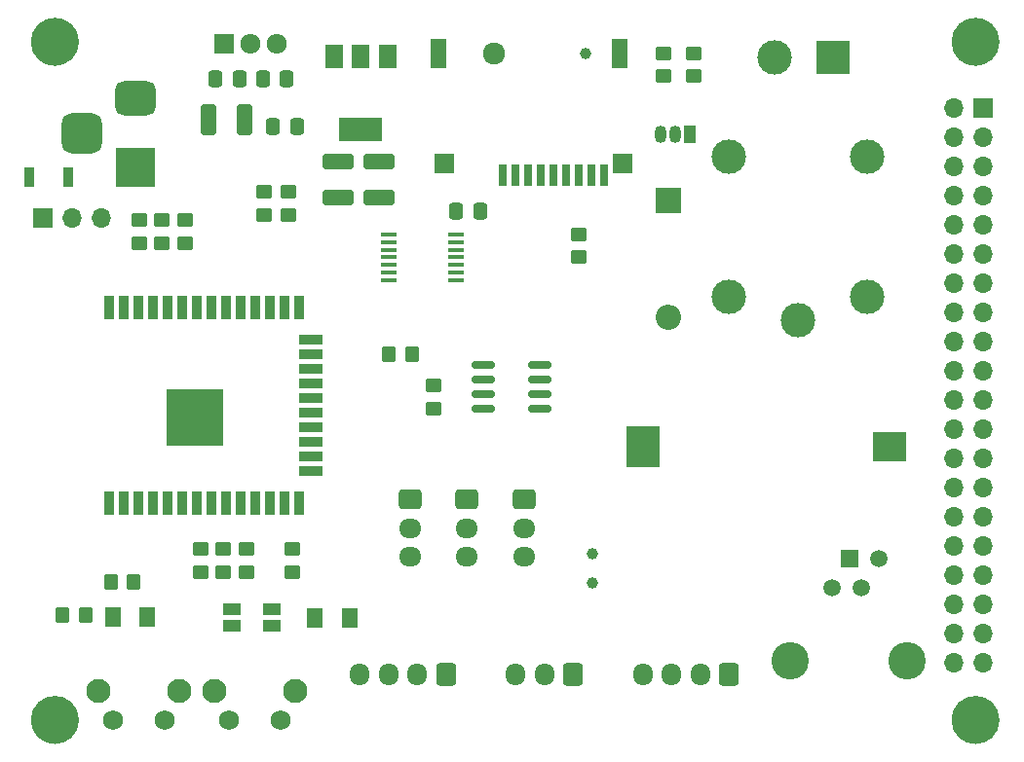
<source format=gbr>
%TF.GenerationSoftware,KiCad,Pcbnew,(6.0.2)*%
%TF.CreationDate,2022-06-23T10:44:52-05:00*%
%TF.ProjectId,ESP32,45535033-322e-46b6-9963-61645f706362,rev?*%
%TF.SameCoordinates,Original*%
%TF.FileFunction,Soldermask,Top*%
%TF.FilePolarity,Negative*%
%FSLAX46Y46*%
G04 Gerber Fmt 4.6, Leading zero omitted, Abs format (unit mm)*
G04 Created by KiCad (PCBNEW (6.0.2)) date 2022-06-23 10:44:52*
%MOMM*%
%LPD*%
G01*
G04 APERTURE LIST*
G04 Aperture macros list*
%AMRoundRect*
0 Rectangle with rounded corners*
0 $1 Rounding radius*
0 $2 $3 $4 $5 $6 $7 $8 $9 X,Y pos of 4 corners*
0 Add a 4 corners polygon primitive as box body*
4,1,4,$2,$3,$4,$5,$6,$7,$8,$9,$2,$3,0*
0 Add four circle primitives for the rounded corners*
1,1,$1+$1,$2,$3*
1,1,$1+$1,$4,$5*
1,1,$1+$1,$6,$7*
1,1,$1+$1,$8,$9*
0 Add four rect primitives between the rounded corners*
20,1,$1+$1,$2,$3,$4,$5,0*
20,1,$1+$1,$4,$5,$6,$7,0*
20,1,$1+$1,$6,$7,$8,$9,0*
20,1,$1+$1,$8,$9,$2,$3,0*%
G04 Aperture macros list end*
%ADD10C,2.075000*%
%ADD11RoundRect,0.250000X0.450000X-0.350000X0.450000X0.350000X-0.450000X0.350000X-0.450000X-0.350000X0*%
%ADD12RoundRect,0.250000X-0.450000X0.350000X-0.450000X-0.350000X0.450000X-0.350000X0.450000X0.350000X0*%
%ADD13RoundRect,0.250000X0.600000X0.725000X-0.600000X0.725000X-0.600000X-0.725000X0.600000X-0.725000X0*%
%ADD14O,1.700000X1.950000*%
%ADD15R,1.473200X0.355600*%
%ADD16R,3.500000X3.500000*%
%ADD17RoundRect,0.750000X-1.000000X0.750000X-1.000000X-0.750000X1.000000X-0.750000X1.000000X0.750000X0*%
%ADD18RoundRect,0.875000X-0.875000X0.875000X-0.875000X-0.875000X0.875000X-0.875000X0.875000X0.875000X0*%
%ADD19R,0.900000X2.000000*%
%ADD20R,2.000000X0.900000*%
%ADD21R,5.000000X5.000000*%
%ADD22RoundRect,0.250000X-0.337500X-0.475000X0.337500X-0.475000X0.337500X0.475000X-0.337500X0.475000X0*%
%ADD23R,3.000000X3.000000*%
%ADD24C,3.000000*%
%ADD25RoundRect,0.250000X-0.725000X0.600000X-0.725000X-0.600000X0.725000X-0.600000X0.725000X0.600000X0*%
%ADD26O,1.950000X1.700000*%
%ADD27R,1.500000X1.000000*%
%ADD28RoundRect,0.250000X0.337500X0.475000X-0.337500X0.475000X-0.337500X-0.475000X0.337500X-0.475000X0*%
%ADD29R,3.000000X3.600000*%
%ADD30R,3.000000X2.600000*%
%ADD31R,1.050000X1.500000*%
%ADD32O,1.050000X1.500000*%
%ADD33R,1.717500X1.800000*%
%ADD34O,1.717500X1.800000*%
%ADD35R,1.500000X2.000000*%
%ADD36R,3.800000X2.000000*%
%ADD37R,1.700000X1.700000*%
%ADD38O,1.700000X1.700000*%
%ADD39C,1.923500*%
%ADD40C,1.000000*%
%ADD41R,0.700000X1.900000*%
%ADD42R,1.700000X1.800000*%
%ADD43R,1.400000X2.600000*%
%ADD44C,2.100000*%
%ADD45C,1.750000*%
%ADD46RoundRect,0.250000X-1.100000X0.412500X-1.100000X-0.412500X1.100000X-0.412500X1.100000X0.412500X0*%
%ADD47RoundRect,0.150000X0.825000X0.150000X-0.825000X0.150000X-0.825000X-0.150000X0.825000X-0.150000X0*%
%ADD48R,0.900000X1.700000*%
%ADD49R,2.200000X2.200000*%
%ADD50O,2.200000X2.200000*%
%ADD51RoundRect,0.250000X-0.350000X-0.450000X0.350000X-0.450000X0.350000X0.450000X-0.350000X0.450000X0*%
%ADD52RoundRect,0.250000X0.350000X0.450000X-0.350000X0.450000X-0.350000X-0.450000X0.350000X-0.450000X0*%
%ADD53C,3.250000*%
%ADD54R,1.520000X1.520000*%
%ADD55C,1.520000*%
%ADD56RoundRect,0.250000X1.100000X-0.412500X1.100000X0.412500X-1.100000X0.412500X-1.100000X-0.412500X0*%
%ADD57RoundRect,0.250001X0.462499X0.624999X-0.462499X0.624999X-0.462499X-0.624999X0.462499X-0.624999X0*%
%ADD58RoundRect,0.250000X-0.412500X-1.100000X0.412500X-1.100000X0.412500X1.100000X-0.412500X1.100000X0*%
G04 APERTURE END LIST*
D10*
X115037500Y-83000000D02*
G75*
G03*
X115037500Y-83000000I-1037500J0D01*
G01*
X35037500Y-24000000D02*
G75*
G03*
X35037500Y-24000000I-1037500J0D01*
G01*
X35037500Y-83000000D02*
G75*
G03*
X35037500Y-83000000I-1037500J0D01*
G01*
X115037500Y-24000000D02*
G75*
G03*
X115037500Y-24000000I-1037500J0D01*
G01*
D11*
%TO.C,R17*%
X86850000Y-27000000D03*
X86850000Y-25000000D03*
%TD*%
D12*
%TO.C,R15*%
X66950000Y-53900000D03*
X66950000Y-55900000D03*
%TD*%
D13*
%TO.C,J3*%
X79050000Y-79000000D03*
D14*
X76550000Y-79000000D03*
X74050000Y-79000000D03*
%TD*%
D12*
%TO.C,R2*%
X54650000Y-68150000D03*
X54650000Y-70150000D03*
%TD*%
D15*
%TO.C,U4*%
X62979000Y-40794200D03*
X62979000Y-41454600D03*
X62979000Y-42089600D03*
X62979000Y-42750000D03*
X62979000Y-43410400D03*
X62979000Y-44045400D03*
X62979000Y-44705800D03*
X68821000Y-44705800D03*
X68821000Y-44045400D03*
X68821000Y-43410400D03*
X68821000Y-42750000D03*
X68821000Y-42089600D03*
X68821000Y-41454600D03*
X68821000Y-40794200D03*
%TD*%
D16*
%TO.C,J1*%
X41007500Y-34950000D03*
D17*
X41007500Y-28950000D03*
D18*
X36307500Y-31950000D03*
%TD*%
D12*
%TO.C,R16*%
X89500000Y-25000000D03*
X89500000Y-27000000D03*
%TD*%
D19*
%TO.C,U1*%
X38695000Y-64150000D03*
X39965000Y-64150000D03*
X41235000Y-64150000D03*
X42505000Y-64150000D03*
X43775000Y-64150000D03*
X45045000Y-64150000D03*
X46315000Y-64150000D03*
X47585000Y-64150000D03*
X48855000Y-64150000D03*
X50125000Y-64150000D03*
X51395000Y-64150000D03*
X52665000Y-64150000D03*
X53935000Y-64150000D03*
X55205000Y-64150000D03*
D20*
X56205000Y-61365000D03*
X56205000Y-60095000D03*
X56205000Y-58825000D03*
X56205000Y-57555000D03*
X56205000Y-56285000D03*
X56205000Y-55015000D03*
X56205000Y-53745000D03*
X56205000Y-52475000D03*
X56205000Y-51205000D03*
X56205000Y-49935000D03*
D19*
X55205000Y-47150000D03*
X53935000Y-47150000D03*
X52665000Y-47150000D03*
X51395000Y-47150000D03*
X50125000Y-47150000D03*
X48855000Y-47150000D03*
X47585000Y-47150000D03*
X46315000Y-47150000D03*
X45045000Y-47150000D03*
X43775000Y-47150000D03*
X42505000Y-47150000D03*
X41235000Y-47150000D03*
X39965000Y-47150000D03*
X38695000Y-47150000D03*
D21*
X46195000Y-56650000D03*
%TD*%
D12*
%TO.C,R12*%
X79550000Y-40750000D03*
X79550000Y-42750000D03*
%TD*%
D22*
%TO.C,C7*%
X68862500Y-38700000D03*
X70937500Y-38700000D03*
%TD*%
D23*
%TO.C,J12*%
X101640000Y-25350000D03*
D24*
X96560000Y-25350000D03*
%TD*%
D25*
%TO.C,J10*%
X74750000Y-63800000D03*
D26*
X74750000Y-66300000D03*
X74750000Y-68800000D03*
%TD*%
D27*
%TO.C,D3*%
X49350000Y-73400000D03*
X49350000Y-74800000D03*
X52850000Y-74800000D03*
X52850000Y-73400000D03*
%TD*%
D12*
%TO.C,R14*%
X45300000Y-39500000D03*
X45300000Y-41500000D03*
%TD*%
D28*
%TO.C,C6*%
X54137500Y-27250000D03*
X52062500Y-27250000D03*
%TD*%
D11*
%TO.C,R9*%
X41300000Y-41500000D03*
X41300000Y-39500000D03*
%TD*%
D12*
%TO.C,R13*%
X43300000Y-39500000D03*
X43300000Y-41500000D03*
%TD*%
D29*
%TO.C,BT1*%
X85128000Y-59200000D03*
D30*
X106528000Y-59200000D03*
%TD*%
D11*
%TO.C,R7*%
X48650000Y-70150000D03*
X48650000Y-68150000D03*
%TD*%
D31*
%TO.C,Q1*%
X89200000Y-32050000D03*
D32*
X87930000Y-32050000D03*
X86660000Y-32050000D03*
%TD*%
D25*
%TO.C,J5*%
X64850000Y-63800000D03*
D26*
X64850000Y-66300000D03*
X64850000Y-68800000D03*
%TD*%
D13*
%TO.C,J4*%
X68000000Y-79000000D03*
D14*
X65500000Y-79000000D03*
X63000000Y-79000000D03*
X60500000Y-79000000D03*
%TD*%
D13*
%TO.C,J2*%
X92600000Y-79000000D03*
D14*
X90100000Y-79000000D03*
X87600000Y-79000000D03*
X85100000Y-79000000D03*
%TD*%
D33*
%TO.C,U3*%
X48710000Y-24150000D03*
D34*
X51000000Y-24150000D03*
X53290000Y-24150000D03*
%TD*%
D35*
%TO.C,U2*%
X62900000Y-25300000D03*
D36*
X60600000Y-31600000D03*
D35*
X60600000Y-25300000D03*
X58300000Y-25300000D03*
%TD*%
D37*
%TO.C,J11*%
X32925000Y-39350000D03*
D38*
X35465000Y-39350000D03*
X38005000Y-39350000D03*
%TD*%
D11*
%TO.C,R6*%
X50650000Y-70150000D03*
X50650000Y-68150000D03*
%TD*%
D39*
%TO.C,J8*%
X72150000Y-24975000D03*
D40*
X80150000Y-24975000D03*
D41*
X72950000Y-35625000D03*
X74050000Y-35625000D03*
X75150000Y-35625000D03*
X76250000Y-35625000D03*
X77350000Y-35625000D03*
X78450000Y-35625000D03*
X79550000Y-35625000D03*
X80650000Y-35625000D03*
X81750000Y-35625000D03*
D42*
X83300000Y-34575000D03*
X67800000Y-34575000D03*
D43*
X83050000Y-24975000D03*
X67350000Y-24975000D03*
%TD*%
D44*
%TO.C,CFG1*%
X54850000Y-80510000D03*
X47840000Y-80510000D03*
D45*
X53600000Y-83000000D03*
X49100000Y-83000000D03*
%TD*%
D46*
%TO.C,C3*%
X58600000Y-34387500D03*
X58600000Y-37512500D03*
%TD*%
D40*
%TO.C,Y1*%
X80750000Y-71100000D03*
X80750000Y-68560000D03*
%TD*%
D47*
%TO.C,U5*%
X76175000Y-55905000D03*
X76175000Y-54635000D03*
X76175000Y-53365000D03*
X76175000Y-52095000D03*
X71225000Y-52095000D03*
X71225000Y-53365000D03*
X71225000Y-54635000D03*
X71225000Y-55905000D03*
%TD*%
D48*
%TO.C,RST2*%
X35200009Y-35749992D03*
X31800009Y-35749992D03*
%TD*%
D22*
%TO.C,C5*%
X47962500Y-27250000D03*
X50037500Y-27250000D03*
%TD*%
D49*
%TO.C,D4*%
X87350000Y-37820000D03*
D50*
X87350000Y-47980000D03*
%TD*%
D51*
%TO.C,R1*%
X38850000Y-70950000D03*
X40850000Y-70950000D03*
%TD*%
D52*
%TO.C,R3*%
X36650000Y-73900000D03*
X34650000Y-73900000D03*
%TD*%
D12*
%TO.C,R4*%
X46650000Y-68150000D03*
X46650000Y-70150000D03*
%TD*%
D53*
%TO.C,J9*%
X97920001Y-77869999D03*
X108080001Y-77869999D03*
D54*
X103020001Y-68979999D03*
D55*
X101530001Y-71519999D03*
X105560001Y-68979999D03*
X104070001Y-71519999D03*
%TD*%
D56*
%TO.C,C4*%
X62150000Y-37512500D03*
X62150000Y-34387500D03*
%TD*%
D57*
%TO.C,D2*%
X41987500Y-74050000D03*
X39012500Y-74050000D03*
%TD*%
%TO.C,D1*%
X59587500Y-74100000D03*
X56612500Y-74100000D03*
%TD*%
D51*
%TO.C,R5*%
X63050000Y-51200000D03*
X65050000Y-51200000D03*
%TD*%
D25*
%TO.C,J6*%
X69800000Y-63800000D03*
D26*
X69800000Y-66300000D03*
X69800000Y-68800000D03*
%TD*%
D22*
%TO.C,C2*%
X52962500Y-31350000D03*
X55037500Y-31350000D03*
%TD*%
D58*
%TO.C,C1*%
X47387500Y-30750000D03*
X50512500Y-30750000D03*
%TD*%
D44*
%TO.C,RST1*%
X37790000Y-80510000D03*
X44800000Y-80510000D03*
D45*
X43550000Y-83000000D03*
X39050000Y-83000000D03*
%TD*%
D12*
%TO.C,R11*%
X52200000Y-37050000D03*
X52200000Y-39050000D03*
%TD*%
D24*
%TO.C,K1*%
X98600000Y-48200000D03*
X92600000Y-34000000D03*
X104600000Y-34000000D03*
X104600000Y-46200000D03*
X92600000Y-46200000D03*
%TD*%
D12*
%TO.C,R10*%
X54300000Y-37050000D03*
X54300000Y-39050000D03*
%TD*%
D37*
%TO.C,J7*%
X114675000Y-29775000D03*
D38*
X112135000Y-29775000D03*
X114675000Y-32315000D03*
X112135000Y-32315000D03*
X114675000Y-34855000D03*
X112135000Y-34855000D03*
X114675000Y-37395000D03*
X112135000Y-37395000D03*
X114675000Y-39935000D03*
X112135000Y-39935000D03*
X114675000Y-42475000D03*
X112135000Y-42475000D03*
X114675000Y-45015000D03*
X112135000Y-45015000D03*
X114675000Y-47555000D03*
X112135000Y-47555000D03*
X114675000Y-50095000D03*
X112135000Y-50095000D03*
X114675000Y-52635000D03*
X112135000Y-52635000D03*
X114675000Y-55175000D03*
X112135000Y-55175000D03*
X114675000Y-57715000D03*
X112135000Y-57715000D03*
X114675000Y-60255000D03*
X112135000Y-60255000D03*
X114675000Y-62795000D03*
X112135000Y-62795000D03*
X114675000Y-65335000D03*
X112135000Y-65335000D03*
X114675000Y-67875000D03*
X112135000Y-67875000D03*
X114675000Y-70415000D03*
X112135000Y-70415000D03*
X114675000Y-72955000D03*
X112135000Y-72955000D03*
X114675000Y-75495000D03*
X112135000Y-75495000D03*
X114675000Y-78035000D03*
X112135000Y-78035000D03*
%TD*%
M02*

</source>
